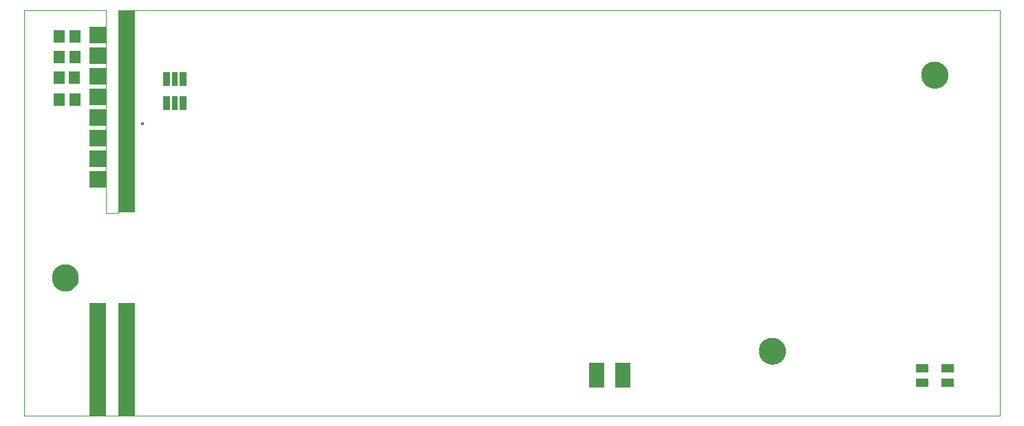
<source format=gts>
G75*
G70*
%OFA0B0*%
%FSLAX24Y24*%
%IPPOS*%
%LPD*%
%AMOC8*
5,1,8,0,0,1.08239X$1,22.5*
%
%ADD10C,0.0000*%
%ADD11R,0.0787X0.5512*%
%ADD12R,0.0787X0.9843*%
%ADD13R,0.0827X0.0827*%
%ADD14C,0.0159*%
%ADD15R,0.0335X0.0669*%
%ADD16R,0.0276X0.0669*%
%ADD17R,0.0744X0.1200*%
%ADD18R,0.0552X0.0631*%
%ADD19C,0.1300*%
%ADD20R,0.0633X0.0415*%
D10*
X000204Y000467D02*
X000204Y020152D01*
X004141Y020152D01*
X004141Y010310D01*
X004771Y010310D01*
X004771Y020152D01*
X047448Y020152D01*
X047448Y000467D01*
X000204Y000467D01*
X001543Y007160D02*
X001545Y007210D01*
X001551Y007260D01*
X001561Y007309D01*
X001575Y007357D01*
X001592Y007404D01*
X001613Y007449D01*
X001638Y007493D01*
X001666Y007534D01*
X001698Y007573D01*
X001732Y007610D01*
X001769Y007644D01*
X001809Y007674D01*
X001851Y007701D01*
X001895Y007725D01*
X001941Y007746D01*
X001988Y007762D01*
X002036Y007775D01*
X002086Y007784D01*
X002135Y007789D01*
X002186Y007790D01*
X002236Y007787D01*
X002285Y007780D01*
X002334Y007769D01*
X002382Y007754D01*
X002428Y007736D01*
X002473Y007714D01*
X002516Y007688D01*
X002557Y007659D01*
X002596Y007627D01*
X002632Y007592D01*
X002664Y007554D01*
X002694Y007514D01*
X002721Y007471D01*
X002744Y007427D01*
X002763Y007381D01*
X002779Y007333D01*
X002791Y007284D01*
X002799Y007235D01*
X002803Y007185D01*
X002803Y007135D01*
X002799Y007085D01*
X002791Y007036D01*
X002779Y006987D01*
X002763Y006939D01*
X002744Y006893D01*
X002721Y006849D01*
X002694Y006806D01*
X002664Y006766D01*
X002632Y006728D01*
X002596Y006693D01*
X002557Y006661D01*
X002516Y006632D01*
X002473Y006606D01*
X002428Y006584D01*
X002382Y006566D01*
X002334Y006551D01*
X002285Y006540D01*
X002236Y006533D01*
X002186Y006530D01*
X002135Y006531D01*
X002086Y006536D01*
X002036Y006545D01*
X001988Y006558D01*
X001941Y006574D01*
X001895Y006595D01*
X001851Y006619D01*
X001809Y006646D01*
X001769Y006676D01*
X001732Y006710D01*
X001698Y006747D01*
X001666Y006786D01*
X001638Y006827D01*
X001613Y006871D01*
X001592Y006916D01*
X001575Y006963D01*
X001561Y007011D01*
X001551Y007060D01*
X001545Y007110D01*
X001543Y007160D01*
X035795Y003617D02*
X035797Y003667D01*
X035803Y003717D01*
X035813Y003766D01*
X035827Y003814D01*
X035844Y003861D01*
X035865Y003906D01*
X035890Y003950D01*
X035918Y003991D01*
X035950Y004030D01*
X035984Y004067D01*
X036021Y004101D01*
X036061Y004131D01*
X036103Y004158D01*
X036147Y004182D01*
X036193Y004203D01*
X036240Y004219D01*
X036288Y004232D01*
X036338Y004241D01*
X036387Y004246D01*
X036438Y004247D01*
X036488Y004244D01*
X036537Y004237D01*
X036586Y004226D01*
X036634Y004211D01*
X036680Y004193D01*
X036725Y004171D01*
X036768Y004145D01*
X036809Y004116D01*
X036848Y004084D01*
X036884Y004049D01*
X036916Y004011D01*
X036946Y003971D01*
X036973Y003928D01*
X036996Y003884D01*
X037015Y003838D01*
X037031Y003790D01*
X037043Y003741D01*
X037051Y003692D01*
X037055Y003642D01*
X037055Y003592D01*
X037051Y003542D01*
X037043Y003493D01*
X037031Y003444D01*
X037015Y003396D01*
X036996Y003350D01*
X036973Y003306D01*
X036946Y003263D01*
X036916Y003223D01*
X036884Y003185D01*
X036848Y003150D01*
X036809Y003118D01*
X036768Y003089D01*
X036725Y003063D01*
X036680Y003041D01*
X036634Y003023D01*
X036586Y003008D01*
X036537Y002997D01*
X036488Y002990D01*
X036438Y002987D01*
X036387Y002988D01*
X036338Y002993D01*
X036288Y003002D01*
X036240Y003015D01*
X036193Y003031D01*
X036147Y003052D01*
X036103Y003076D01*
X036061Y003103D01*
X036021Y003133D01*
X035984Y003167D01*
X035950Y003204D01*
X035918Y003243D01*
X035890Y003284D01*
X035865Y003328D01*
X035844Y003373D01*
X035827Y003420D01*
X035813Y003468D01*
X035803Y003517D01*
X035797Y003567D01*
X035795Y003617D01*
X043669Y017003D02*
X043671Y017053D01*
X043677Y017103D01*
X043687Y017152D01*
X043701Y017200D01*
X043718Y017247D01*
X043739Y017292D01*
X043764Y017336D01*
X043792Y017377D01*
X043824Y017416D01*
X043858Y017453D01*
X043895Y017487D01*
X043935Y017517D01*
X043977Y017544D01*
X044021Y017568D01*
X044067Y017589D01*
X044114Y017605D01*
X044162Y017618D01*
X044212Y017627D01*
X044261Y017632D01*
X044312Y017633D01*
X044362Y017630D01*
X044411Y017623D01*
X044460Y017612D01*
X044508Y017597D01*
X044554Y017579D01*
X044599Y017557D01*
X044642Y017531D01*
X044683Y017502D01*
X044722Y017470D01*
X044758Y017435D01*
X044790Y017397D01*
X044820Y017357D01*
X044847Y017314D01*
X044870Y017270D01*
X044889Y017224D01*
X044905Y017176D01*
X044917Y017127D01*
X044925Y017078D01*
X044929Y017028D01*
X044929Y016978D01*
X044925Y016928D01*
X044917Y016879D01*
X044905Y016830D01*
X044889Y016782D01*
X044870Y016736D01*
X044847Y016692D01*
X044820Y016649D01*
X044790Y016609D01*
X044758Y016571D01*
X044722Y016536D01*
X044683Y016504D01*
X044642Y016475D01*
X044599Y016449D01*
X044554Y016427D01*
X044508Y016409D01*
X044460Y016394D01*
X044411Y016383D01*
X044362Y016376D01*
X044312Y016373D01*
X044261Y016374D01*
X044212Y016379D01*
X044162Y016388D01*
X044114Y016401D01*
X044067Y016417D01*
X044021Y016438D01*
X043977Y016462D01*
X043935Y016489D01*
X043895Y016519D01*
X043858Y016553D01*
X043824Y016590D01*
X043792Y016629D01*
X043764Y016670D01*
X043739Y016714D01*
X043718Y016759D01*
X043701Y016806D01*
X043687Y016854D01*
X043677Y016903D01*
X043671Y016953D01*
X043669Y017003D01*
D11*
X005165Y003223D03*
X003748Y003223D03*
D12*
X005165Y015231D03*
D13*
X003748Y014928D03*
X003748Y013928D03*
X003748Y012928D03*
X003748Y011928D03*
X003748Y015928D03*
X003748Y016928D03*
X003748Y017928D03*
X003748Y018928D03*
D14*
X005913Y014641D03*
D15*
X007084Y015625D03*
X007891Y015625D03*
X007891Y016806D03*
X007084Y016816D03*
D16*
X007488Y016806D03*
X007488Y015625D03*
D17*
X027923Y002436D03*
X029179Y002436D03*
D18*
X002641Y015793D03*
X001893Y015793D03*
X001891Y016879D03*
X002639Y016879D03*
X002640Y017880D03*
X001892Y017880D03*
X001893Y018881D03*
X002641Y018881D03*
D19*
X002173Y007160D03*
X036425Y003617D03*
X044299Y017003D03*
D20*
X044911Y002781D03*
X044911Y002091D03*
X043687Y002091D03*
X043687Y002781D03*
M02*

</source>
